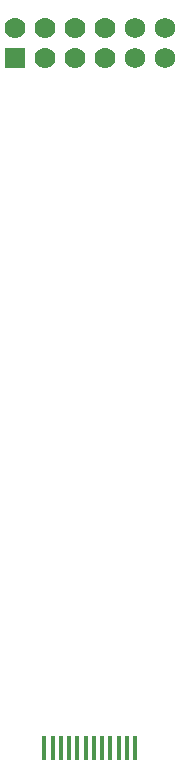
<source format=gbs>
G04*
G04 #@! TF.GenerationSoftware,Altium Limited,Altium Designer,22.10.1 (41)*
G04*
G04 Layer_Color=8150272*
%FSLAX25Y25*%
%MOIN*%
G70*
G04*
G04 #@! TF.SameCoordinates,08FE9C07-7630-47CA-AEBB-85BF9774B597*
G04*
G04*
G04 #@! TF.FilePolarity,Negative*
G04*
G01*
G75*
%ADD10R,0.01600X0.08000*%
%ADD11C,0.06800*%
%ADD12R,0.07000X0.07000*%
%ADD13C,0.07000*%
D10*
X32658Y5000D02*
D03*
X29902D02*
D03*
X27146D02*
D03*
X24390D02*
D03*
X21634D02*
D03*
X18878D02*
D03*
X16122D02*
D03*
X13366D02*
D03*
X10610D02*
D03*
X7854D02*
D03*
X5098D02*
D03*
X2342D02*
D03*
D11*
X42500Y245000D02*
D03*
Y235000D02*
D03*
X32500Y245000D02*
D03*
Y235000D02*
D03*
D12*
X-7500D02*
D03*
D13*
Y245000D02*
D03*
X2500Y235000D02*
D03*
Y245000D02*
D03*
X12500Y235000D02*
D03*
Y245000D02*
D03*
X22500Y235000D02*
D03*
Y245000D02*
D03*
M02*

</source>
